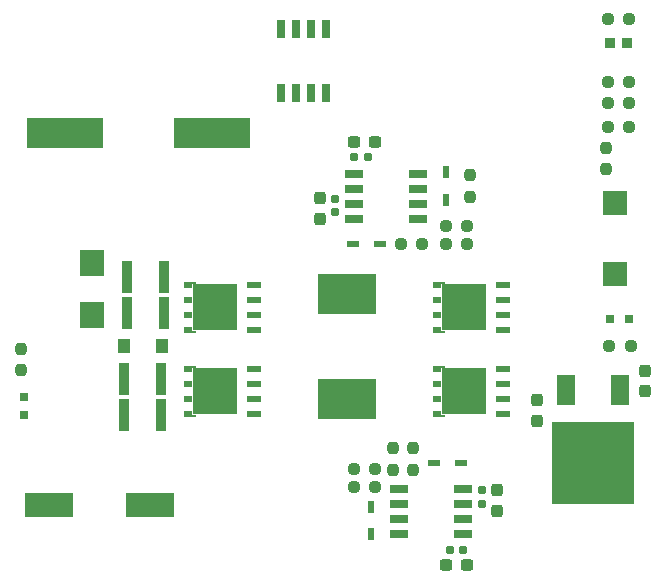
<source format=gtp>
%TF.GenerationSoftware,KiCad,Pcbnew,7.0.2*%
%TF.CreationDate,2023-06-10T17:52:00+02:00*%
%TF.ProjectId,USBCPD_PCB,55534243-5044-45f5-9043-422e6b696361,rev?*%
%TF.SameCoordinates,Original*%
%TF.FileFunction,Paste,Top*%
%TF.FilePolarity,Positive*%
%FSLAX46Y46*%
G04 Gerber Fmt 4.6, Leading zero omitted, Abs format (unit mm)*
G04 Created by KiCad (PCBNEW 7.0.2) date 2023-06-10 17:52:00*
%MOMM*%
%LPD*%
G01*
G04 APERTURE LIST*
G04 Aperture macros list*
%AMRoundRect*
0 Rectangle with rounded corners*
0 $1 Rounding radius*
0 $2 $3 $4 $5 $6 $7 $8 $9 X,Y pos of 4 corners*
0 Add a 4 corners polygon primitive as box body*
4,1,4,$2,$3,$4,$5,$6,$7,$8,$9,$2,$3,0*
0 Add four circle primitives for the rounded corners*
1,1,$1+$1,$2,$3*
1,1,$1+$1,$4,$5*
1,1,$1+$1,$6,$7*
1,1,$1+$1,$8,$9*
0 Add four rect primitives between the rounded corners*
20,1,$1+$1,$2,$3,$4,$5,0*
20,1,$1+$1,$4,$5,$6,$7,0*
20,1,$1+$1,$6,$7,$8,$9,0*
20,1,$1+$1,$8,$9,$2,$3,0*%
G04 Aperture macros list end*
%ADD10R,1.100000X0.500000*%
%ADD11R,0.500000X1.100000*%
%ADD12R,2.000000X2.000000*%
%ADD13R,0.800000X0.800000*%
%ADD14R,0.950000X0.950000*%
%ADD15R,5.000000X3.400000*%
%ADD16R,1.500000X2.500000*%
%ADD17R,7.000000X7.000000*%
%ADD18R,1.528000X0.650000*%
%ADD19R,0.650000X1.528000*%
%ADD20R,2.150000X2.200000*%
%ADD21R,1.120000X1.220000*%
%ADD22R,6.500000X2.500000*%
%ADD23R,0.820000X2.720000*%
%ADD24R,4.050000X2.150000*%
%ADD25R,1.270000X0.610000*%
%ADD26R,0.710000X0.610000*%
%ADD27R,3.810000X3.910000*%
%ADD28R,0.310000X0.255000*%
%ADD29RoundRect,0.237500X-0.250000X-0.237500X0.250000X-0.237500X0.250000X0.237500X-0.250000X0.237500X0*%
%ADD30RoundRect,0.155000X-0.212500X-0.155000X0.212500X-0.155000X0.212500X0.155000X-0.212500X0.155000X0*%
%ADD31RoundRect,0.237500X-0.237500X0.250000X-0.237500X-0.250000X0.237500X-0.250000X0.237500X0.250000X0*%
%ADD32RoundRect,0.237500X-0.237500X0.300000X-0.237500X-0.300000X0.237500X-0.300000X0.237500X0.300000X0*%
%ADD33RoundRect,0.155000X0.155000X-0.212500X0.155000X0.212500X-0.155000X0.212500X-0.155000X-0.212500X0*%
%ADD34RoundRect,0.237500X0.237500X-0.300000X0.237500X0.300000X-0.237500X0.300000X-0.237500X-0.300000X0*%
%ADD35RoundRect,0.237500X0.237500X-0.250000X0.237500X0.250000X-0.237500X0.250000X-0.237500X-0.250000X0*%
%ADD36RoundRect,0.237500X-0.300000X-0.237500X0.300000X-0.237500X0.300000X0.237500X-0.300000X0.237500X0*%
%ADD37RoundRect,0.237500X0.250000X0.237500X-0.250000X0.237500X-0.250000X-0.237500X0.250000X-0.237500X0*%
%ADD38RoundRect,0.155000X-0.155000X0.212500X-0.155000X-0.212500X0.155000X-0.212500X0.155000X0.212500X0*%
%ADD39RoundRect,0.155000X0.212500X0.155000X-0.212500X0.155000X-0.212500X-0.155000X0.212500X-0.155000X0*%
%ADD40RoundRect,0.237500X0.300000X0.237500X-0.300000X0.237500X-0.300000X-0.237500X0.300000X-0.237500X0*%
G04 APERTURE END LIST*
D10*
%TO.C,Z4*%
X144626000Y-96266000D03*
X142326000Y-96266000D03*
%TD*%
D11*
%TO.C,Z3*%
X150214000Y-90170000D03*
X150214000Y-92470000D03*
%TD*%
D10*
%TO.C,Z2*%
X149198000Y-114808000D03*
X151498000Y-114808000D03*
%TD*%
D11*
%TO.C,Z1*%
X143864000Y-120784000D03*
X143864000Y-118484000D03*
%TD*%
D12*
%TO.C,S1*%
X164592000Y-98758000D03*
X164592000Y-92758000D03*
%TD*%
D13*
%TO.C,LED3*%
X164146000Y-102616000D03*
X165746000Y-102616000D03*
%TD*%
D14*
%TO.C,LED2*%
X164108000Y-79248000D03*
X165608000Y-79248000D03*
%TD*%
D13*
%TO.C,LED1*%
X114554000Y-109144000D03*
X114554000Y-110744000D03*
%TD*%
D15*
%TO.C,L1*%
X141832000Y-109352000D03*
X141832000Y-100452000D03*
%TD*%
D16*
%TO.C,IC4*%
X164960000Y-108567000D03*
X160360000Y-108567000D03*
D17*
X162660000Y-114797000D03*
%TD*%
D18*
%TO.C,IC3*%
X142423000Y-90297000D03*
X142423000Y-91567000D03*
X142423000Y-92837000D03*
X142423000Y-94107000D03*
X147845000Y-94107000D03*
X147845000Y-92837000D03*
X147845000Y-91567000D03*
X147845000Y-90297000D03*
%TD*%
%TO.C,IC2*%
X151655000Y-120777000D03*
X151655000Y-119507000D03*
X151655000Y-118237000D03*
X151655000Y-116967000D03*
X146233000Y-116967000D03*
X146233000Y-118237000D03*
X146233000Y-119507000D03*
X146233000Y-120777000D03*
%TD*%
D19*
%TO.C,IC1*%
X136271000Y-83483000D03*
X137541000Y-83483000D03*
X138811000Y-83483000D03*
X140081000Y-83483000D03*
X140081000Y-78061000D03*
X138811000Y-78061000D03*
X137541000Y-78061000D03*
X136271000Y-78061000D03*
%TD*%
D20*
%TO.C,D2*%
X120242000Y-102276000D03*
X120242000Y-97876000D03*
%TD*%
D21*
%TO.C,D1*%
X126160000Y-104902000D03*
X122960000Y-104902000D03*
%TD*%
D22*
%TO.C,C8*%
X130456000Y-86868000D03*
X117956000Y-86868000D03*
%TD*%
D23*
%TO.C,C7*%
X123264000Y-99060000D03*
X126364000Y-99060000D03*
%TD*%
%TO.C,C6*%
X123264000Y-102108000D03*
X126364000Y-102108000D03*
%TD*%
%TO.C,C5*%
X123010000Y-107696000D03*
X126110000Y-107696000D03*
%TD*%
%TO.C,C3*%
X123010000Y-110744000D03*
X126110000Y-110744000D03*
%TD*%
D24*
%TO.C,C2*%
X125204000Y-118364000D03*
X116604000Y-118364000D03*
%TD*%
D25*
%TO.C,Q3*%
X134016000Y-103505000D03*
X134016000Y-102235000D03*
X134016000Y-100965000D03*
X134016000Y-99695000D03*
D26*
X128396000Y-99695000D03*
X128396000Y-100965000D03*
X128396000Y-102235000D03*
X128396000Y-103505000D03*
D27*
X130656000Y-101600000D03*
D28*
X128906000Y-99517000D03*
X128906000Y-103683000D03*
%TD*%
D29*
%TO.C,R1*%
X142447000Y-116840000D03*
X144272000Y-116840000D03*
%TD*%
%TO.C,R13*%
X163945500Y-82550000D03*
X165770500Y-82550000D03*
%TD*%
D30*
%TO.C,C13*%
X142494000Y-88900000D03*
X143629000Y-88900000D03*
%TD*%
D29*
%TO.C,R10*%
X163945500Y-77216000D03*
X165770500Y-77216000D03*
%TD*%
%TO.C,R11*%
X164071500Y-104902000D03*
X165896500Y-104902000D03*
%TD*%
D31*
%TO.C,R12*%
X152246000Y-90424000D03*
X152246000Y-92249000D03*
%TD*%
D29*
%TO.C,R5*%
X163945500Y-86360000D03*
X165770500Y-86360000D03*
%TD*%
D32*
%TO.C,C11*%
X154532000Y-117094000D03*
X154532000Y-118819000D03*
%TD*%
D29*
%TO.C,R2*%
X142447000Y-115316000D03*
X144272000Y-115316000D03*
%TD*%
D33*
%TO.C,C12*%
X153262000Y-118229000D03*
X153262000Y-117094000D03*
%TD*%
D34*
%TO.C,C15*%
X139546000Y-94080500D03*
X139546000Y-92355500D03*
%TD*%
D35*
%TO.C,R3*%
X145796000Y-115363000D03*
X145796000Y-113538000D03*
%TD*%
D25*
%TO.C,Q4*%
X155098000Y-103505000D03*
X155098000Y-102235000D03*
X155098000Y-100965000D03*
X155098000Y-99695000D03*
D26*
X149478000Y-99695000D03*
X149478000Y-100965000D03*
X149478000Y-102235000D03*
X149478000Y-103505000D03*
D27*
X151738000Y-101600000D03*
D28*
X149988000Y-99517000D03*
X149988000Y-103683000D03*
%TD*%
D29*
%TO.C,R15*%
X146404000Y-96266000D03*
X148229000Y-96266000D03*
%TD*%
D36*
%TO.C,C14*%
X142494000Y-87630000D03*
X144219000Y-87630000D03*
%TD*%
D37*
%TO.C,R14*%
X165770500Y-84328000D03*
X163945500Y-84328000D03*
%TD*%
D35*
%TO.C,R8*%
X163830000Y-89916000D03*
X163830000Y-88091000D03*
%TD*%
D34*
%TO.C,C1*%
X167132000Y-108712000D03*
X167132000Y-106987000D03*
%TD*%
D32*
%TO.C,C4*%
X157988000Y-109474000D03*
X157988000Y-111199000D03*
%TD*%
D38*
%TO.C,C16*%
X140816000Y-92396500D03*
X140816000Y-93531500D03*
%TD*%
D25*
%TO.C,Q2*%
X155098000Y-110617000D03*
X155098000Y-109347000D03*
X155098000Y-108077000D03*
X155098000Y-106807000D03*
D26*
X149478000Y-106807000D03*
X149478000Y-108077000D03*
X149478000Y-109347000D03*
X149478000Y-110617000D03*
D27*
X151738000Y-108712000D03*
D28*
X149988000Y-106629000D03*
X149988000Y-110795000D03*
%TD*%
D39*
%TO.C,C9*%
X151697500Y-122174000D03*
X150562500Y-122174000D03*
%TD*%
D40*
%TO.C,C10*%
X151992500Y-123444000D03*
X150267500Y-123444000D03*
%TD*%
D25*
%TO.C,Q1*%
X134016000Y-110617000D03*
X134016000Y-109347000D03*
X134016000Y-108077000D03*
X134016000Y-106807000D03*
D26*
X128396000Y-106807000D03*
X128396000Y-108077000D03*
X128396000Y-109347000D03*
X128396000Y-110617000D03*
D27*
X130656000Y-108712000D03*
D28*
X128906000Y-106629000D03*
X128906000Y-110795000D03*
%TD*%
D31*
%TO.C,R9*%
X114300000Y-105109000D03*
X114300000Y-106934000D03*
%TD*%
D37*
%TO.C,R7*%
X152039000Y-96266000D03*
X150214000Y-96266000D03*
%TD*%
D35*
%TO.C,R4*%
X147420000Y-115363000D03*
X147420000Y-113538000D03*
%TD*%
D37*
%TO.C,R6*%
X152039000Y-94742000D03*
X150214000Y-94742000D03*
%TD*%
M02*

</source>
